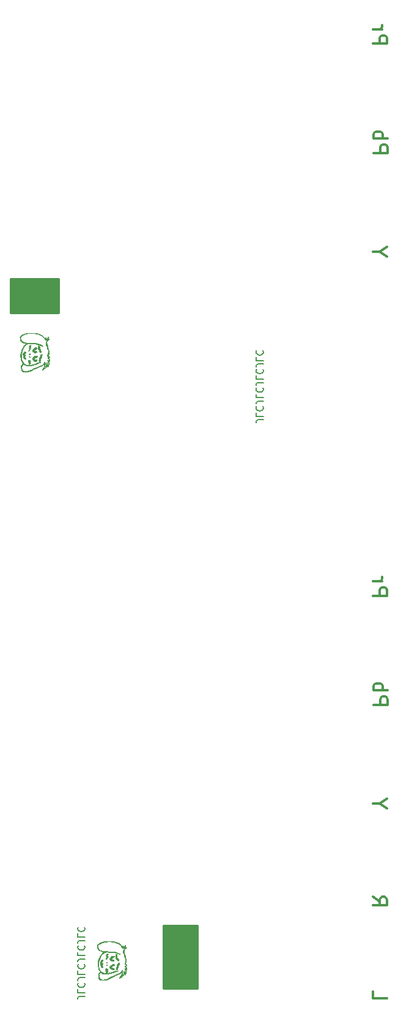
<source format=gbr>
G04 #@! TF.GenerationSoftware,KiCad,Pcbnew,(6.0.5)*
G04 #@! TF.CreationDate,2022-11-22T13:16:36+13:00*
G04 #@! TF.ProjectId,RGB-to-component-covers,5247422d-746f-42d6-936f-6d706f6e656e,rev?*
G04 #@! TF.SameCoordinates,Original*
G04 #@! TF.FileFunction,Legend,Bot*
G04 #@! TF.FilePolarity,Positive*
%FSLAX46Y46*%
G04 Gerber Fmt 4.6, Leading zero omitted, Abs format (unit mm)*
G04 Created by KiCad (PCBNEW (6.0.5)) date 2022-11-22 13:16:36*
%MOMM*%
%LPD*%
G01*
G04 APERTURE LIST*
%ADD10C,0.300000*%
%ADD11C,0.150000*%
%ADD12C,0.010000*%
%ADD13C,0.254000*%
G04 APERTURE END LIST*
D10*
X127095238Y-48242857D02*
X129095238Y-48242857D01*
X129095238Y-47480952D01*
X129000000Y-47290476D01*
X128904761Y-47195238D01*
X128714285Y-47100000D01*
X128428571Y-47100000D01*
X128238095Y-47195238D01*
X128142857Y-47290476D01*
X128047619Y-47480952D01*
X128047619Y-48242857D01*
X127095238Y-46242857D02*
X128428571Y-46242857D01*
X128047619Y-46242857D02*
X128238095Y-46147619D01*
X128333333Y-46052380D01*
X128428571Y-45861904D01*
X128428571Y-45671428D01*
X127195238Y-139628571D02*
X129195238Y-139628571D01*
X129195238Y-138866666D01*
X129100000Y-138676190D01*
X129004761Y-138580952D01*
X128814285Y-138485714D01*
X128528571Y-138485714D01*
X128338095Y-138580952D01*
X128242857Y-138676190D01*
X128147619Y-138866666D01*
X128147619Y-139628571D01*
X127195238Y-137628571D02*
X129195238Y-137628571D01*
X128433333Y-137628571D02*
X128528571Y-137438095D01*
X128528571Y-137057142D01*
X128433333Y-136866666D01*
X128338095Y-136771428D01*
X128147619Y-136676190D01*
X127576190Y-136676190D01*
X127385714Y-136771428D01*
X127290476Y-136866666D01*
X127195238Y-137057142D01*
X127195238Y-137438095D01*
X127290476Y-137628571D01*
X127095238Y-166180952D02*
X128047619Y-166847619D01*
X127095238Y-167323809D02*
X129095238Y-167323809D01*
X129095238Y-166561904D01*
X129000000Y-166371428D01*
X128904761Y-166276190D01*
X128714285Y-166180952D01*
X128428571Y-166180952D01*
X128238095Y-166276190D01*
X128142857Y-166371428D01*
X128047619Y-166561904D01*
X128047619Y-167323809D01*
X128047619Y-153300000D02*
X127095238Y-153300000D01*
X129095238Y-153966666D02*
X128047619Y-153300000D01*
X129095238Y-152633333D01*
X127095238Y-179280952D02*
X127095238Y-180233333D01*
X129095238Y-180233333D01*
X127095238Y-124542857D02*
X129095238Y-124542857D01*
X129095238Y-123780952D01*
X129000000Y-123590476D01*
X128904761Y-123495238D01*
X128714285Y-123400000D01*
X128428571Y-123400000D01*
X128238095Y-123495238D01*
X128142857Y-123590476D01*
X128047619Y-123780952D01*
X128047619Y-124542857D01*
X127095238Y-122542857D02*
X128428571Y-122542857D01*
X128047619Y-122542857D02*
X128238095Y-122447619D01*
X128333333Y-122352380D01*
X128428571Y-122161904D01*
X128428571Y-121971428D01*
X128047619Y-77000000D02*
X127095238Y-77000000D01*
X129095238Y-77666666D02*
X128047619Y-77000000D01*
X129095238Y-76333333D01*
D11*
X111947619Y-100219047D02*
X111233333Y-100219047D01*
X111090476Y-100266666D01*
X110995238Y-100361904D01*
X110947619Y-100504761D01*
X110947619Y-100600000D01*
X110947619Y-99266666D02*
X110947619Y-99742857D01*
X111947619Y-99742857D01*
X111042857Y-98361904D02*
X110995238Y-98409523D01*
X110947619Y-98552380D01*
X110947619Y-98647619D01*
X110995238Y-98790476D01*
X111090476Y-98885714D01*
X111185714Y-98933333D01*
X111376190Y-98980952D01*
X111519047Y-98980952D01*
X111709523Y-98933333D01*
X111804761Y-98885714D01*
X111900000Y-98790476D01*
X111947619Y-98647619D01*
X111947619Y-98552380D01*
X111900000Y-98409523D01*
X111852380Y-98361904D01*
X111947619Y-97647619D02*
X111233333Y-97647619D01*
X111090476Y-97695238D01*
X110995238Y-97790476D01*
X110947619Y-97933333D01*
X110947619Y-98028571D01*
X110947619Y-96695238D02*
X110947619Y-97171428D01*
X111947619Y-97171428D01*
X111042857Y-95790476D02*
X110995238Y-95838095D01*
X110947619Y-95980952D01*
X110947619Y-96076190D01*
X110995238Y-96219047D01*
X111090476Y-96314285D01*
X111185714Y-96361904D01*
X111376190Y-96409523D01*
X111519047Y-96409523D01*
X111709523Y-96361904D01*
X111804761Y-96314285D01*
X111900000Y-96219047D01*
X111947619Y-96076190D01*
X111947619Y-95980952D01*
X111900000Y-95838095D01*
X111852380Y-95790476D01*
X111947619Y-95076190D02*
X111233333Y-95076190D01*
X111090476Y-95123809D01*
X110995238Y-95219047D01*
X110947619Y-95361904D01*
X110947619Y-95457142D01*
X110947619Y-94123809D02*
X110947619Y-94600000D01*
X111947619Y-94600000D01*
X111042857Y-93219047D02*
X110995238Y-93266666D01*
X110947619Y-93409523D01*
X110947619Y-93504761D01*
X110995238Y-93647619D01*
X111090476Y-93742857D01*
X111185714Y-93790476D01*
X111376190Y-93838095D01*
X111519047Y-93838095D01*
X111709523Y-93790476D01*
X111804761Y-93742857D01*
X111900000Y-93647619D01*
X111947619Y-93504761D01*
X111947619Y-93409523D01*
X111900000Y-93266666D01*
X111852380Y-93219047D01*
X111947619Y-92504761D02*
X111233333Y-92504761D01*
X111090476Y-92552380D01*
X110995238Y-92647619D01*
X110947619Y-92790476D01*
X110947619Y-92885714D01*
X110947619Y-91552380D02*
X110947619Y-92028571D01*
X111947619Y-92028571D01*
X111042857Y-90647619D02*
X110995238Y-90695238D01*
X110947619Y-90838095D01*
X110947619Y-90933333D01*
X110995238Y-91076190D01*
X111090476Y-91171428D01*
X111185714Y-91219047D01*
X111376190Y-91266666D01*
X111519047Y-91266666D01*
X111709523Y-91219047D01*
X111804761Y-91171428D01*
X111900000Y-91076190D01*
X111947619Y-90933333D01*
X111947619Y-90838095D01*
X111900000Y-90695238D01*
X111852380Y-90647619D01*
D10*
X127195238Y-63328571D02*
X129195238Y-63328571D01*
X129195238Y-62566666D01*
X129100000Y-62376190D01*
X129004761Y-62280952D01*
X128814285Y-62185714D01*
X128528571Y-62185714D01*
X128338095Y-62280952D01*
X128242857Y-62376190D01*
X128147619Y-62566666D01*
X128147619Y-63328571D01*
X127195238Y-61328571D02*
X129195238Y-61328571D01*
X128433333Y-61328571D02*
X128528571Y-61138095D01*
X128528571Y-60757142D01*
X128433333Y-60566666D01*
X128338095Y-60471428D01*
X128147619Y-60376190D01*
X127576190Y-60376190D01*
X127385714Y-60471428D01*
X127290476Y-60566666D01*
X127195238Y-60757142D01*
X127195238Y-61138095D01*
X127290476Y-61328571D01*
D11*
X87247619Y-179919047D02*
X86533333Y-179919047D01*
X86390476Y-179966666D01*
X86295238Y-180061904D01*
X86247619Y-180204761D01*
X86247619Y-180300000D01*
X86247619Y-178966666D02*
X86247619Y-179442857D01*
X87247619Y-179442857D01*
X86342857Y-178061904D02*
X86295238Y-178109523D01*
X86247619Y-178252380D01*
X86247619Y-178347619D01*
X86295238Y-178490476D01*
X86390476Y-178585714D01*
X86485714Y-178633333D01*
X86676190Y-178680952D01*
X86819047Y-178680952D01*
X87009523Y-178633333D01*
X87104761Y-178585714D01*
X87200000Y-178490476D01*
X87247619Y-178347619D01*
X87247619Y-178252380D01*
X87200000Y-178109523D01*
X87152380Y-178061904D01*
X87247619Y-177347619D02*
X86533333Y-177347619D01*
X86390476Y-177395238D01*
X86295238Y-177490476D01*
X86247619Y-177633333D01*
X86247619Y-177728571D01*
X86247619Y-176395238D02*
X86247619Y-176871428D01*
X87247619Y-176871428D01*
X86342857Y-175490476D02*
X86295238Y-175538095D01*
X86247619Y-175680952D01*
X86247619Y-175776190D01*
X86295238Y-175919047D01*
X86390476Y-176014285D01*
X86485714Y-176061904D01*
X86676190Y-176109523D01*
X86819047Y-176109523D01*
X87009523Y-176061904D01*
X87104761Y-176014285D01*
X87200000Y-175919047D01*
X87247619Y-175776190D01*
X87247619Y-175680952D01*
X87200000Y-175538095D01*
X87152380Y-175490476D01*
X87247619Y-174776190D02*
X86533333Y-174776190D01*
X86390476Y-174823809D01*
X86295238Y-174919047D01*
X86247619Y-175061904D01*
X86247619Y-175157142D01*
X86247619Y-173823809D02*
X86247619Y-174300000D01*
X87247619Y-174300000D01*
X86342857Y-172919047D02*
X86295238Y-172966666D01*
X86247619Y-173109523D01*
X86247619Y-173204761D01*
X86295238Y-173347619D01*
X86390476Y-173442857D01*
X86485714Y-173490476D01*
X86676190Y-173538095D01*
X86819047Y-173538095D01*
X87009523Y-173490476D01*
X87104761Y-173442857D01*
X87200000Y-173347619D01*
X87247619Y-173204761D01*
X87247619Y-173109523D01*
X87200000Y-172966666D01*
X87152380Y-172919047D01*
X87247619Y-172204761D02*
X86533333Y-172204761D01*
X86390476Y-172252380D01*
X86295238Y-172347619D01*
X86247619Y-172490476D01*
X86247619Y-172585714D01*
X86247619Y-171252380D02*
X86247619Y-171728571D01*
X87247619Y-171728571D01*
X86342857Y-170347619D02*
X86295238Y-170395238D01*
X86247619Y-170538095D01*
X86247619Y-170633333D01*
X86295238Y-170776190D01*
X86390476Y-170871428D01*
X86485714Y-170919047D01*
X86676190Y-170966666D01*
X86819047Y-170966666D01*
X87009523Y-170919047D01*
X87104761Y-170871428D01*
X87200000Y-170776190D01*
X87247619Y-170633333D01*
X87247619Y-170538095D01*
X87200000Y-170395238D01*
X87152380Y-170347619D01*
G36*
X78737991Y-93577642D02*
G01*
X78599537Y-93545362D01*
X78523130Y-93478107D01*
X78457158Y-93346470D01*
X78411843Y-93172972D01*
X78395000Y-92979249D01*
X78395104Y-92955175D01*
X78405978Y-92800414D01*
X78443478Y-92682683D01*
X78519986Y-92560500D01*
X78644971Y-92387962D01*
X78556985Y-92276107D01*
X78526902Y-92232664D01*
X78445782Y-92065524D01*
X78376647Y-91856168D01*
X78328660Y-91635889D01*
X78310984Y-91435979D01*
X78318794Y-91284715D01*
X78363664Y-91003199D01*
X78441919Y-90711085D01*
X78546154Y-90427410D01*
X78668962Y-90171213D01*
X78802937Y-89961530D01*
X78940673Y-89817398D01*
X79110591Y-89687295D01*
X78890379Y-89632396D01*
X78811167Y-89610963D01*
X78587201Y-89521830D01*
X78426276Y-89400761D01*
X78313233Y-89237382D01*
X78261202Y-89105670D01*
X78238802Y-88900909D01*
X78314118Y-88900909D01*
X78339069Y-89064402D01*
X78411775Y-89227617D01*
X78525720Y-89371080D01*
X78674387Y-89475320D01*
X78790708Y-89513260D01*
X78984724Y-89550537D01*
X79234929Y-89582299D01*
X79526523Y-89607028D01*
X79844709Y-89623205D01*
X80174690Y-89629311D01*
X80341144Y-89632964D01*
X80696293Y-89670586D01*
X80995058Y-89751429D01*
X81250768Y-89878578D01*
X81352490Y-89952335D01*
X81401651Y-90011344D01*
X81382798Y-90035080D01*
X81303141Y-90017096D01*
X81169887Y-89950941D01*
X81086771Y-89906648D01*
X80868433Y-89823571D01*
X80601551Y-89764148D01*
X80274674Y-89726223D01*
X79876347Y-89707644D01*
X79667302Y-89703760D01*
X79493867Y-89703897D01*
X79372452Y-89710824D01*
X79285707Y-89726561D01*
X79216282Y-89753127D01*
X79146826Y-89792540D01*
X78994292Y-89903526D01*
X78821649Y-90090322D01*
X78678904Y-90332286D01*
X78556020Y-90643883D01*
X78496892Y-90833517D01*
X78450758Y-91026748D01*
X78427528Y-91212505D01*
X78420581Y-91429167D01*
X78420503Y-91466735D01*
X78424789Y-91655290D01*
X78441197Y-91794239D01*
X78475174Y-91913552D01*
X78532164Y-92043195D01*
X78597695Y-92165960D01*
X78773922Y-92403002D01*
X78977682Y-92562057D01*
X79207144Y-92641504D01*
X79335657Y-92655735D01*
X79667577Y-92644153D01*
X80019795Y-92572065D01*
X80369363Y-92443382D01*
X80469323Y-92400382D01*
X80654199Y-92333293D01*
X80826536Y-92284719D01*
X80969936Y-92258186D01*
X81068001Y-92257221D01*
X81104334Y-92285349D01*
X81097889Y-92297484D01*
X81034199Y-92328578D01*
X80924417Y-92352543D01*
X80900105Y-92356684D01*
X80762526Y-92394151D01*
X80588752Y-92456158D01*
X80410454Y-92531667D01*
X80327320Y-92568066D01*
X80033013Y-92668375D01*
X79734924Y-92730941D01*
X79448659Y-92755172D01*
X79189822Y-92740478D01*
X78974020Y-92686269D01*
X78816858Y-92591954D01*
X78688656Y-92472196D01*
X78579020Y-92637866D01*
X78541176Y-92698188D01*
X78497351Y-92796707D01*
X78482266Y-92906871D01*
X78488273Y-93064654D01*
X78499691Y-93170384D01*
X78548694Y-93341197D01*
X78641286Y-93450153D01*
X78789300Y-93507796D01*
X79004567Y-93524667D01*
X79120515Y-93520608D01*
X79296901Y-93496391D01*
X79485238Y-93445888D01*
X79700200Y-93364004D01*
X79956459Y-93245644D01*
X80268690Y-93085713D01*
X80293340Y-93072747D01*
X80507966Y-92964606D01*
X80717033Y-92866690D01*
X80897731Y-92789313D01*
X81027252Y-92742785D01*
X81153961Y-92701886D01*
X81330438Y-92615801D01*
X81454797Y-92500960D01*
X81547990Y-92341206D01*
X81592446Y-92253694D01*
X81647025Y-92190618D01*
X81686101Y-92210176D01*
X81709183Y-92311917D01*
X81715780Y-92495392D01*
X81707583Y-92671680D01*
X81678418Y-92821623D01*
X81621958Y-92946362D01*
X81568540Y-93050772D01*
X81565575Y-93095275D01*
X81612905Y-93073770D01*
X81707554Y-92984917D01*
X81750669Y-92936040D01*
X81869227Y-92726666D01*
X81908667Y-92487243D01*
X81914831Y-92393393D01*
X81940908Y-92330315D01*
X81981696Y-92347877D01*
X82030956Y-92448079D01*
X82040966Y-92473654D01*
X82085424Y-92551317D01*
X82123312Y-92570326D01*
X82137566Y-92556242D01*
X82160767Y-92472628D01*
X82157053Y-92350204D01*
X82129236Y-92219023D01*
X82080132Y-92109141D01*
X82052831Y-92064873D01*
X82019025Y-91975134D01*
X82049268Y-91939366D01*
X82142999Y-91958903D01*
X82213714Y-91979870D01*
X82247334Y-91976350D01*
X82230894Y-91920865D01*
X82180752Y-91827122D01*
X82118958Y-91738059D01*
X82068308Y-91690119D01*
X82065140Y-91688731D01*
X82052538Y-91652324D01*
X82115250Y-91586714D01*
X82216000Y-91505172D01*
X82119769Y-91437770D01*
X82023539Y-91370367D01*
X82119018Y-91073425D01*
X82164037Y-90909460D01*
X82183300Y-90722805D01*
X82148686Y-90575548D01*
X82058596Y-90451215D01*
X82046192Y-90435743D01*
X82006971Y-90337628D01*
X81989114Y-90209060D01*
X81987968Y-90180996D01*
X81977307Y-90073947D01*
X81959845Y-89969302D01*
X81940204Y-89887423D01*
X81923010Y-89848674D01*
X81912887Y-89873417D01*
X81908466Y-89892591D01*
X81866334Y-89926333D01*
X81847319Y-89899752D01*
X81830461Y-89808499D01*
X81824000Y-89673807D01*
X81825284Y-89586561D01*
X81839541Y-89462838D01*
X81879046Y-89369689D01*
X81955386Y-89271640D01*
X82013774Y-89197858D01*
X82041406Y-89135090D01*
X82007327Y-89124532D01*
X81913577Y-89171092D01*
X81889128Y-89183870D01*
X81830337Y-89188366D01*
X81762708Y-89148045D01*
X81674340Y-89053846D01*
X81553335Y-88896703D01*
X81515776Y-88848447D01*
X81432656Y-88757673D01*
X81370795Y-88710635D01*
X81301256Y-88667987D01*
X81214288Y-88593106D01*
X81186752Y-88571151D01*
X81076954Y-88510163D01*
X80920706Y-88442152D01*
X80742265Y-88378165D01*
X80609206Y-88337071D01*
X80445834Y-88295498D01*
X80289676Y-88271336D01*
X80110148Y-88260349D01*
X79876667Y-88258302D01*
X79715726Y-88261537D01*
X79493557Y-88273543D01*
X79297572Y-88292195D01*
X79157000Y-88315185D01*
X78994094Y-88363282D01*
X78768985Y-88454277D01*
X78561901Y-88562419D01*
X78405584Y-88672154D01*
X78343439Y-88756611D01*
X78314118Y-88900909D01*
X78238802Y-88900909D01*
X78235238Y-88868327D01*
X78245089Y-88770356D01*
X78273896Y-88690789D01*
X78338894Y-88622719D01*
X78458500Y-88538976D01*
X78658412Y-88423253D01*
X78895530Y-88327068D01*
X79162412Y-88262995D01*
X79476566Y-88226974D01*
X79855500Y-88214945D01*
X80111822Y-88216260D01*
X80309638Y-88223761D01*
X80466406Y-88239705D01*
X80604051Y-88266335D01*
X80744500Y-88305894D01*
X81033324Y-88416700D01*
X81360907Y-88605420D01*
X81622803Y-88838358D01*
X81688654Y-88910637D01*
X81748489Y-88966379D01*
X81775316Y-88967652D01*
X81781553Y-88920917D01*
X81790914Y-88861547D01*
X81824000Y-88825667D01*
X81827187Y-88826055D01*
X81855424Y-88869580D01*
X81867856Y-88963250D01*
X81869379Y-89100833D01*
X81973479Y-88973833D01*
X81988628Y-88954540D01*
X82051980Y-88851793D01*
X82077790Y-88770252D01*
X82085932Y-88729888D01*
X82124999Y-88722717D01*
X82125414Y-88722978D01*
X82152383Y-88784121D01*
X82148828Y-88894549D01*
X82139872Y-88970300D01*
X82153791Y-89024486D01*
X82207662Y-89037333D01*
X82225742Y-89037827D01*
X82283078Y-89059594D01*
X82262144Y-89113583D01*
X82162949Y-89199764D01*
X82083884Y-89259933D01*
X82003793Y-89334311D01*
X81957293Y-89411741D01*
X81942818Y-89507744D01*
X81958801Y-89637839D01*
X82003675Y-89817546D01*
X82075873Y-90062387D01*
X82107212Y-90168039D01*
X82184351Y-90457214D01*
X82228824Y-90688235D01*
X82241989Y-90875688D01*
X82225205Y-91034155D01*
X82179830Y-91178220D01*
X82165394Y-91213197D01*
X82135444Y-91302576D01*
X82142581Y-91353226D01*
X82187921Y-91395057D01*
X82239343Y-91427769D01*
X82297758Y-91450333D01*
X82330450Y-91474762D01*
X82318870Y-91533601D01*
X82266586Y-91594665D01*
X82261572Y-91598386D01*
X82226174Y-91638035D01*
X82227846Y-91695149D01*
X82266586Y-91799056D01*
X82305894Y-91908321D01*
X82330111Y-92028944D01*
X82319977Y-92102848D01*
X82275085Y-92114885D01*
X82244457Y-92116525D01*
X82230514Y-92169201D01*
X82236506Y-92290272D01*
X82239023Y-92323656D01*
X82225950Y-92506079D01*
X82158973Y-92699167D01*
X82063104Y-92910833D01*
X82038717Y-92762667D01*
X82014329Y-92614500D01*
X81908581Y-92824176D01*
X81801067Y-92989869D01*
X81597128Y-93173426D01*
X81491828Y-93241210D01*
X81374207Y-93301931D01*
X81313788Y-93309412D01*
X81313539Y-93263765D01*
X81376425Y-93165102D01*
X81417921Y-93107895D01*
X81540541Y-92898027D01*
X81622972Y-92689099D01*
X81653579Y-92508667D01*
X81654351Y-92360500D01*
X81575799Y-92489312D01*
X81564005Y-92508049D01*
X81451584Y-92638134D01*
X81295880Y-92736928D01*
X81076251Y-92818013D01*
X81030855Y-92831645D01*
X80955014Y-92856049D01*
X80879228Y-92884245D01*
X80790916Y-92922012D01*
X80677498Y-92975126D01*
X80526392Y-93049365D01*
X80325019Y-93150506D01*
X80060798Y-93284326D01*
X79873332Y-93374884D01*
X79670063Y-93464050D01*
X79492484Y-93533027D01*
X79364972Y-93571747D01*
X79313216Y-93581059D01*
X79128984Y-93596668D01*
X79004567Y-93595729D01*
X78925858Y-93595136D01*
X78737991Y-93577642D01*
G37*
D12*
X78737991Y-93577642D02*
X78599537Y-93545362D01*
X78523130Y-93478107D01*
X78457158Y-93346470D01*
X78411843Y-93172972D01*
X78395000Y-92979249D01*
X78395104Y-92955175D01*
X78405978Y-92800414D01*
X78443478Y-92682683D01*
X78519986Y-92560500D01*
X78644971Y-92387962D01*
X78556985Y-92276107D01*
X78526902Y-92232664D01*
X78445782Y-92065524D01*
X78376647Y-91856168D01*
X78328660Y-91635889D01*
X78310984Y-91435979D01*
X78318794Y-91284715D01*
X78363664Y-91003199D01*
X78441919Y-90711085D01*
X78546154Y-90427410D01*
X78668962Y-90171213D01*
X78802937Y-89961530D01*
X78940673Y-89817398D01*
X79110591Y-89687295D01*
X78890379Y-89632396D01*
X78811167Y-89610963D01*
X78587201Y-89521830D01*
X78426276Y-89400761D01*
X78313233Y-89237382D01*
X78261202Y-89105670D01*
X78238802Y-88900909D01*
X78314118Y-88900909D01*
X78339069Y-89064402D01*
X78411775Y-89227617D01*
X78525720Y-89371080D01*
X78674387Y-89475320D01*
X78790708Y-89513260D01*
X78984724Y-89550537D01*
X79234929Y-89582299D01*
X79526523Y-89607028D01*
X79844709Y-89623205D01*
X80174690Y-89629311D01*
X80341144Y-89632964D01*
X80696293Y-89670586D01*
X80995058Y-89751429D01*
X81250768Y-89878578D01*
X81352490Y-89952335D01*
X81401651Y-90011344D01*
X81382798Y-90035080D01*
X81303141Y-90017096D01*
X81169887Y-89950941D01*
X81086771Y-89906648D01*
X80868433Y-89823571D01*
X80601551Y-89764148D01*
X80274674Y-89726223D01*
X79876347Y-89707644D01*
X79667302Y-89703760D01*
X79493867Y-89703897D01*
X79372452Y-89710824D01*
X79285707Y-89726561D01*
X79216282Y-89753127D01*
X79146826Y-89792540D01*
X78994292Y-89903526D01*
X78821649Y-90090322D01*
X78678904Y-90332286D01*
X78556020Y-90643883D01*
X78496892Y-90833517D01*
X78450758Y-91026748D01*
X78427528Y-91212505D01*
X78420581Y-91429167D01*
X78420503Y-91466735D01*
X78424789Y-91655290D01*
X78441197Y-91794239D01*
X78475174Y-91913552D01*
X78532164Y-92043195D01*
X78597695Y-92165960D01*
X78773922Y-92403002D01*
X78977682Y-92562057D01*
X79207144Y-92641504D01*
X79335657Y-92655735D01*
X79667577Y-92644153D01*
X80019795Y-92572065D01*
X80369363Y-92443382D01*
X80469323Y-92400382D01*
X80654199Y-92333293D01*
X80826536Y-92284719D01*
X80969936Y-92258186D01*
X81068001Y-92257221D01*
X81104334Y-92285349D01*
X81097889Y-92297484D01*
X81034199Y-92328578D01*
X80924417Y-92352543D01*
X80900105Y-92356684D01*
X80762526Y-92394151D01*
X80588752Y-92456158D01*
X80410454Y-92531667D01*
X80327320Y-92568066D01*
X80033013Y-92668375D01*
X79734924Y-92730941D01*
X79448659Y-92755172D01*
X79189822Y-92740478D01*
X78974020Y-92686269D01*
X78816858Y-92591954D01*
X78688656Y-92472196D01*
X78579020Y-92637866D01*
X78541176Y-92698188D01*
X78497351Y-92796707D01*
X78482266Y-92906871D01*
X78488273Y-93064654D01*
X78499691Y-93170384D01*
X78548694Y-93341197D01*
X78641286Y-93450153D01*
X78789300Y-93507796D01*
X79004567Y-93524667D01*
X79120515Y-93520608D01*
X79296901Y-93496391D01*
X79485238Y-93445888D01*
X79700200Y-93364004D01*
X79956459Y-93245644D01*
X80268690Y-93085713D01*
X80293340Y-93072747D01*
X80507966Y-92964606D01*
X80717033Y-92866690D01*
X80897731Y-92789313D01*
X81027252Y-92742785D01*
X81153961Y-92701886D01*
X81330438Y-92615801D01*
X81454797Y-92500960D01*
X81547990Y-92341206D01*
X81592446Y-92253694D01*
X81647025Y-92190618D01*
X81686101Y-92210176D01*
X81709183Y-92311917D01*
X81715780Y-92495392D01*
X81707583Y-92671680D01*
X81678418Y-92821623D01*
X81621958Y-92946362D01*
X81568540Y-93050772D01*
X81565575Y-93095275D01*
X81612905Y-93073770D01*
X81707554Y-92984917D01*
X81750669Y-92936040D01*
X81869227Y-92726666D01*
X81908667Y-92487243D01*
X81914831Y-92393393D01*
X81940908Y-92330315D01*
X81981696Y-92347877D01*
X82030956Y-92448079D01*
X82040966Y-92473654D01*
X82085424Y-92551317D01*
X82123312Y-92570326D01*
X82137566Y-92556242D01*
X82160767Y-92472628D01*
X82157053Y-92350204D01*
X82129236Y-92219023D01*
X82080132Y-92109141D01*
X82052831Y-92064873D01*
X82019025Y-91975134D01*
X82049268Y-91939366D01*
X82142999Y-91958903D01*
X82213714Y-91979870D01*
X82247334Y-91976350D01*
X82230894Y-91920865D01*
X82180752Y-91827122D01*
X82118958Y-91738059D01*
X82068308Y-91690119D01*
X82065140Y-91688731D01*
X82052538Y-91652324D01*
X82115250Y-91586714D01*
X82216000Y-91505172D01*
X82119769Y-91437770D01*
X82023539Y-91370367D01*
X82119018Y-91073425D01*
X82164037Y-90909460D01*
X82183300Y-90722805D01*
X82148686Y-90575548D01*
X82058596Y-90451215D01*
X82046192Y-90435743D01*
X82006971Y-90337628D01*
X81989114Y-90209060D01*
X81987968Y-90180996D01*
X81977307Y-90073947D01*
X81959845Y-89969302D01*
X81940204Y-89887423D01*
X81923010Y-89848674D01*
X81912887Y-89873417D01*
X81908466Y-89892591D01*
X81866334Y-89926333D01*
X81847319Y-89899752D01*
X81830461Y-89808499D01*
X81824000Y-89673807D01*
X81825284Y-89586561D01*
X81839541Y-89462838D01*
X81879046Y-89369689D01*
X81955386Y-89271640D01*
X82013774Y-89197858D01*
X82041406Y-89135090D01*
X82007327Y-89124532D01*
X81913577Y-89171092D01*
X81889128Y-89183870D01*
X81830337Y-89188366D01*
X81762708Y-89148045D01*
X81674340Y-89053846D01*
X81553335Y-88896703D01*
X81515776Y-88848447D01*
X81432656Y-88757673D01*
X81370795Y-88710635D01*
X81301256Y-88667987D01*
X81214288Y-88593106D01*
X81186752Y-88571151D01*
X81076954Y-88510163D01*
X80920706Y-88442152D01*
X80742265Y-88378165D01*
X80609206Y-88337071D01*
X80445834Y-88295498D01*
X80289676Y-88271336D01*
X80110148Y-88260349D01*
X79876667Y-88258302D01*
X79715726Y-88261537D01*
X79493557Y-88273543D01*
X79297572Y-88292195D01*
X79157000Y-88315185D01*
X78994094Y-88363282D01*
X78768985Y-88454277D01*
X78561901Y-88562419D01*
X78405584Y-88672154D01*
X78343439Y-88756611D01*
X78314118Y-88900909D01*
X78238802Y-88900909D01*
X78235238Y-88868327D01*
X78245089Y-88770356D01*
X78273896Y-88690789D01*
X78338894Y-88622719D01*
X78458500Y-88538976D01*
X78658412Y-88423253D01*
X78895530Y-88327068D01*
X79162412Y-88262995D01*
X79476566Y-88226974D01*
X79855500Y-88214945D01*
X80111822Y-88216260D01*
X80309638Y-88223761D01*
X80466406Y-88239705D01*
X80604051Y-88266335D01*
X80744500Y-88305894D01*
X81033324Y-88416700D01*
X81360907Y-88605420D01*
X81622803Y-88838358D01*
X81688654Y-88910637D01*
X81748489Y-88966379D01*
X81775316Y-88967652D01*
X81781553Y-88920917D01*
X81790914Y-88861547D01*
X81824000Y-88825667D01*
X81827187Y-88826055D01*
X81855424Y-88869580D01*
X81867856Y-88963250D01*
X81869379Y-89100833D01*
X81973479Y-88973833D01*
X81988628Y-88954540D01*
X82051980Y-88851793D01*
X82077790Y-88770252D01*
X82085932Y-88729888D01*
X82124999Y-88722717D01*
X82125414Y-88722978D01*
X82152383Y-88784121D01*
X82148828Y-88894549D01*
X82139872Y-88970300D01*
X82153791Y-89024486D01*
X82207662Y-89037333D01*
X82225742Y-89037827D01*
X82283078Y-89059594D01*
X82262144Y-89113583D01*
X82162949Y-89199764D01*
X82083884Y-89259933D01*
X82003793Y-89334311D01*
X81957293Y-89411741D01*
X81942818Y-89507744D01*
X81958801Y-89637839D01*
X82003675Y-89817546D01*
X82075873Y-90062387D01*
X82107212Y-90168039D01*
X82184351Y-90457214D01*
X82228824Y-90688235D01*
X82241989Y-90875688D01*
X82225205Y-91034155D01*
X82179830Y-91178220D01*
X82165394Y-91213197D01*
X82135444Y-91302576D01*
X82142581Y-91353226D01*
X82187921Y-91395057D01*
X82239343Y-91427769D01*
X82297758Y-91450333D01*
X82330450Y-91474762D01*
X82318870Y-91533601D01*
X82266586Y-91594665D01*
X82261572Y-91598386D01*
X82226174Y-91638035D01*
X82227846Y-91695149D01*
X82266586Y-91799056D01*
X82305894Y-91908321D01*
X82330111Y-92028944D01*
X82319977Y-92102848D01*
X82275085Y-92114885D01*
X82244457Y-92116525D01*
X82230514Y-92169201D01*
X82236506Y-92290272D01*
X82239023Y-92323656D01*
X82225950Y-92506079D01*
X82158973Y-92699167D01*
X82063104Y-92910833D01*
X82038717Y-92762667D01*
X82014329Y-92614500D01*
X81908581Y-92824176D01*
X81801067Y-92989869D01*
X81597128Y-93173426D01*
X81491828Y-93241210D01*
X81374207Y-93301931D01*
X81313788Y-93309412D01*
X81313539Y-93263765D01*
X81376425Y-93165102D01*
X81417921Y-93107895D01*
X81540541Y-92898027D01*
X81622972Y-92689099D01*
X81653579Y-92508667D01*
X81654351Y-92360500D01*
X81575799Y-92489312D01*
X81564005Y-92508049D01*
X81451584Y-92638134D01*
X81295880Y-92736928D01*
X81076251Y-92818013D01*
X81030855Y-92831645D01*
X80955014Y-92856049D01*
X80879228Y-92884245D01*
X80790916Y-92922012D01*
X80677498Y-92975126D01*
X80526392Y-93049365D01*
X80325019Y-93150506D01*
X80060798Y-93284326D01*
X79873332Y-93374884D01*
X79670063Y-93464050D01*
X79492484Y-93533027D01*
X79364972Y-93571747D01*
X79313216Y-93581059D01*
X79128984Y-93596668D01*
X79004567Y-93595729D01*
X78925858Y-93595136D01*
X78737991Y-93577642D01*
G36*
X78969947Y-90789809D02*
G01*
X79024077Y-90849214D01*
X79011557Y-90936166D01*
X78934750Y-91030770D01*
X78878870Y-91082346D01*
X78866913Y-91123701D01*
X78913584Y-91169222D01*
X78958327Y-91213262D01*
X78982536Y-91305085D01*
X78923519Y-91408717D01*
X78888560Y-91456874D01*
X78892080Y-91510844D01*
X78948737Y-91593211D01*
X78955258Y-91601752D01*
X79006391Y-91696023D01*
X79014214Y-91769078D01*
X79004564Y-91789031D01*
X78946715Y-91826706D01*
X78869605Y-91806262D01*
X78787916Y-91741928D01*
X78716327Y-91647933D01*
X78669520Y-91538506D01*
X78662176Y-91427876D01*
X78666357Y-91317248D01*
X78645859Y-91235034D01*
X78639029Y-91223778D01*
X78610387Y-91126032D01*
X78646210Y-91024793D01*
X78752044Y-90902705D01*
X78779913Y-90876764D01*
X78887531Y-90800219D01*
X78963710Y-90787238D01*
X78969947Y-90789809D01*
G37*
X78969947Y-90789809D02*
X79024077Y-90849214D01*
X79011557Y-90936166D01*
X78934750Y-91030770D01*
X78878870Y-91082346D01*
X78866913Y-91123701D01*
X78913584Y-91169222D01*
X78958327Y-91213262D01*
X78982536Y-91305085D01*
X78923519Y-91408717D01*
X78888560Y-91456874D01*
X78892080Y-91510844D01*
X78948737Y-91593211D01*
X78955258Y-91601752D01*
X79006391Y-91696023D01*
X79014214Y-91769078D01*
X79004564Y-91789031D01*
X78946715Y-91826706D01*
X78869605Y-91806262D01*
X78787916Y-91741928D01*
X78716327Y-91647933D01*
X78669520Y-91538506D01*
X78662176Y-91427876D01*
X78666357Y-91317248D01*
X78645859Y-91235034D01*
X78639029Y-91223778D01*
X78610387Y-91126032D01*
X78646210Y-91024793D01*
X78752044Y-90902705D01*
X78779913Y-90876764D01*
X78887531Y-90800219D01*
X78963710Y-90787238D01*
X78969947Y-90789809D01*
G36*
X79707334Y-92130811D02*
G01*
X79707092Y-92137597D01*
X79691337Y-92170000D01*
X79685176Y-92171257D01*
X79623303Y-92193282D01*
X79522004Y-92234068D01*
X79487899Y-92247511D01*
X79402916Y-92271834D01*
X79369098Y-92265818D01*
X79375243Y-92254739D01*
X79435252Y-92212621D01*
X79538431Y-92162561D01*
X79586719Y-92143922D01*
X79673112Y-92121604D01*
X79707334Y-92130811D01*
G37*
X79707334Y-92130811D02*
X79707092Y-92137597D01*
X79691337Y-92170000D01*
X79685176Y-92171257D01*
X79623303Y-92193282D01*
X79522004Y-92234068D01*
X79487899Y-92247511D01*
X79402916Y-92271834D01*
X79369098Y-92265818D01*
X79375243Y-92254739D01*
X79435252Y-92212621D01*
X79538431Y-92162561D01*
X79586719Y-92143922D01*
X79673112Y-92121604D01*
X79707334Y-92130811D01*
G36*
X79530474Y-91972785D02*
G01*
X79476993Y-92023180D01*
X79456566Y-92039370D01*
X79423592Y-92078490D01*
X79455929Y-92079299D01*
X79544409Y-92039570D01*
X79602252Y-92015806D01*
X79651394Y-92015282D01*
X79653039Y-92018281D01*
X79624719Y-92053337D01*
X79545253Y-92102750D01*
X79504913Y-92122515D01*
X79430540Y-92143718D01*
X79396494Y-92116455D01*
X79382228Y-92077984D01*
X79380544Y-92018455D01*
X79435630Y-91984029D01*
X79510045Y-91961235D01*
X79530474Y-91972785D01*
G37*
X79530474Y-91972785D02*
X79476993Y-92023180D01*
X79456566Y-92039370D01*
X79423592Y-92078490D01*
X79455929Y-92079299D01*
X79544409Y-92039570D01*
X79602252Y-92015806D01*
X79651394Y-92015282D01*
X79653039Y-92018281D01*
X79624719Y-92053337D01*
X79545253Y-92102750D01*
X79504913Y-92122515D01*
X79430540Y-92143718D01*
X79396494Y-92116455D01*
X79382228Y-92077984D01*
X79380544Y-92018455D01*
X79435630Y-91984029D01*
X79510045Y-91961235D01*
X79530474Y-91972785D01*
G36*
X79695261Y-92397816D02*
G01*
X79693862Y-92409078D01*
X79651932Y-92456407D01*
X79579890Y-92517685D01*
X79505039Y-92570723D01*
X79454680Y-92593333D01*
X79441539Y-92586852D01*
X79425112Y-92531515D01*
X79426436Y-92523662D01*
X79471276Y-92474093D01*
X79554293Y-92425080D01*
X79640589Y-92393897D01*
X79695261Y-92397816D01*
G37*
X79695261Y-92397816D02*
X79693862Y-92409078D01*
X79651932Y-92456407D01*
X79579890Y-92517685D01*
X79505039Y-92570723D01*
X79454680Y-92593333D01*
X79441539Y-92586852D01*
X79425112Y-92531515D01*
X79426436Y-92523662D01*
X79471276Y-92474093D01*
X79554293Y-92425080D01*
X79640589Y-92393897D01*
X79695261Y-92397816D01*
G36*
X79651997Y-92272513D02*
G01*
X79603993Y-92319513D01*
X79540146Y-92357081D01*
X79455826Y-92380167D01*
X79451717Y-92379996D01*
X79435182Y-92362260D01*
X79495667Y-92318167D01*
X79569073Y-92280762D01*
X79635869Y-92259540D01*
X79651997Y-92272513D01*
G37*
X79651997Y-92272513D02*
X79603993Y-92319513D01*
X79540146Y-92357081D01*
X79455826Y-92380167D01*
X79451717Y-92379996D01*
X79435182Y-92362260D01*
X79495667Y-92318167D01*
X79569073Y-92280762D01*
X79635869Y-92259540D01*
X79651997Y-92272513D01*
G36*
X79568852Y-90620407D02*
G01*
X79560000Y-90643684D01*
X79499293Y-90686393D01*
X79441676Y-90707658D01*
X79411000Y-90694352D01*
X79411217Y-90691209D01*
X79448258Y-90647234D01*
X79516429Y-90616313D01*
X79568852Y-90620407D01*
G37*
X79568852Y-90620407D02*
X79560000Y-90643684D01*
X79499293Y-90686393D01*
X79441676Y-90707658D01*
X79411000Y-90694352D01*
X79411217Y-90691209D01*
X79448258Y-90647234D01*
X79516429Y-90616313D01*
X79568852Y-90620407D01*
G36*
X79728314Y-90392301D02*
G01*
X79725389Y-90396413D01*
X79665165Y-90444800D01*
X79567066Y-90500079D01*
X79432167Y-90565222D01*
X79559167Y-90457655D01*
X79614899Y-90413137D01*
X79696403Y-90360911D01*
X79738562Y-90352284D01*
X79728314Y-90392301D01*
G37*
X79728314Y-90392301D02*
X79725389Y-90396413D01*
X79665165Y-90444800D01*
X79567066Y-90500079D01*
X79432167Y-90565222D01*
X79559167Y-90457655D01*
X79614899Y-90413137D01*
X79696403Y-90360911D01*
X79738562Y-90352284D01*
X79728314Y-90392301D01*
G36*
X79700174Y-90233341D02*
G01*
X79668547Y-90272994D01*
X79605837Y-90325881D01*
X79536569Y-90372164D01*
X79485268Y-90392000D01*
X79481091Y-90391469D01*
X79488819Y-90363882D01*
X79549552Y-90307333D01*
X79553382Y-90304339D01*
X79637714Y-90246985D01*
X79692844Y-90224075D01*
X79700174Y-90233341D01*
G37*
X79700174Y-90233341D02*
X79668547Y-90272994D01*
X79605837Y-90325881D01*
X79536569Y-90372164D01*
X79485268Y-90392000D01*
X79481091Y-90391469D01*
X79488819Y-90363882D01*
X79549552Y-90307333D01*
X79553382Y-90304339D01*
X79637714Y-90246985D01*
X79692844Y-90224075D01*
X79700174Y-90233341D01*
G36*
X79722442Y-90011287D02*
G01*
X79736562Y-90036436D01*
X79686400Y-90096021D01*
X79579054Y-90181245D01*
X79556537Y-90196740D01*
X79482998Y-90237772D01*
X79453334Y-90237481D01*
X79455509Y-90228397D01*
X79499177Y-90171186D01*
X79576784Y-90099038D01*
X79658981Y-90037221D01*
X79716417Y-90011000D01*
X79722442Y-90011287D01*
G37*
X79722442Y-90011287D02*
X79736562Y-90036436D01*
X79686400Y-90096021D01*
X79579054Y-90181245D01*
X79556537Y-90196740D01*
X79482998Y-90237772D01*
X79453334Y-90237481D01*
X79455509Y-90228397D01*
X79499177Y-90171186D01*
X79576784Y-90099038D01*
X79658981Y-90037221D01*
X79716417Y-90011000D01*
X79722442Y-90011287D01*
G36*
X79713045Y-89898848D02*
G01*
X79681217Y-89939674D01*
X79599799Y-90000806D01*
X79561474Y-90024508D01*
X79484107Y-90061643D01*
X79453334Y-90058591D01*
X79484913Y-90010571D01*
X79561024Y-89951127D01*
X79647019Y-89904016D01*
X79708214Y-89891916D01*
X79713045Y-89898848D01*
G37*
X79713045Y-89898848D02*
X79681217Y-89939674D01*
X79599799Y-90000806D01*
X79561474Y-90024508D01*
X79484107Y-90061643D01*
X79453334Y-90058591D01*
X79484913Y-90010571D01*
X79561024Y-89951127D01*
X79647019Y-89904016D01*
X79708214Y-89891916D01*
X79713045Y-89898848D01*
G36*
X79588978Y-91450918D02*
G01*
X79622667Y-91497196D01*
X79615538Y-91514547D01*
X79559167Y-91535000D01*
X79529583Y-91527794D01*
X79495667Y-91472829D01*
X79504553Y-91441529D01*
X79559167Y-91435025D01*
X79588978Y-91450918D01*
G37*
X79588978Y-91450918D02*
X79622667Y-91497196D01*
X79615538Y-91514547D01*
X79559167Y-91535000D01*
X79529583Y-91527794D01*
X79495667Y-91472829D01*
X79504553Y-91441529D01*
X79559167Y-91435025D01*
X79588978Y-91450918D01*
G36*
X79606945Y-91079166D02*
G01*
X79616127Y-91135033D01*
X79600741Y-91176020D01*
X79544541Y-91229451D01*
X79511390Y-91228834D01*
X79502208Y-91172967D01*
X79517594Y-91131980D01*
X79573793Y-91078549D01*
X79606945Y-91079166D01*
G37*
X79606945Y-91079166D02*
X79616127Y-91135033D01*
X79600741Y-91176020D01*
X79544541Y-91229451D01*
X79511390Y-91228834D01*
X79502208Y-91172967D01*
X79517594Y-91131980D01*
X79573793Y-91078549D01*
X79606945Y-91079166D01*
G36*
X80549613Y-91369171D02*
G01*
X80610455Y-91426072D01*
X80613987Y-91436737D01*
X80605439Y-91496245D01*
X80536782Y-91552991D01*
X80396654Y-91617126D01*
X80390229Y-91619713D01*
X80284402Y-91672932D01*
X80215276Y-91725570D01*
X80197613Y-91773326D01*
X80230785Y-91841257D01*
X80314645Y-91894481D01*
X80430024Y-91916000D01*
X80517204Y-91921147D01*
X80554000Y-91933704D01*
X80556797Y-91949188D01*
X80578451Y-92015125D01*
X80576998Y-92064268D01*
X80512878Y-92127019D01*
X80446945Y-92147632D01*
X80307931Y-92136594D01*
X80164494Y-92074270D01*
X80046662Y-91970727D01*
X80044513Y-91967978D01*
X79971781Y-91827677D01*
X79982700Y-91696845D01*
X80077750Y-91569260D01*
X80162149Y-91498816D01*
X80308702Y-91410048D01*
X80443443Y-91365331D01*
X80549613Y-91369171D01*
G37*
X80549613Y-91369171D02*
X80610455Y-91426072D01*
X80613987Y-91436737D01*
X80605439Y-91496245D01*
X80536782Y-91552991D01*
X80396654Y-91617126D01*
X80390229Y-91619713D01*
X80284402Y-91672932D01*
X80215276Y-91725570D01*
X80197613Y-91773326D01*
X80230785Y-91841257D01*
X80314645Y-91894481D01*
X80430024Y-91916000D01*
X80517204Y-91921147D01*
X80554000Y-91933704D01*
X80556797Y-91949188D01*
X80578451Y-92015125D01*
X80576998Y-92064268D01*
X80512878Y-92127019D01*
X80446945Y-92147632D01*
X80307931Y-92136594D01*
X80164494Y-92074270D01*
X80046662Y-91970727D01*
X80044513Y-91967978D01*
X79971781Y-91827677D01*
X79982700Y-91696845D01*
X80077750Y-91569260D01*
X80162149Y-91498816D01*
X80308702Y-91410048D01*
X80443443Y-91365331D01*
X80549613Y-91369171D01*
G36*
X80512765Y-90225487D02*
G01*
X80579067Y-90248385D01*
X80596334Y-90304050D01*
X80561532Y-90376248D01*
X80448298Y-90434290D01*
X80439736Y-90437204D01*
X80323257Y-90495667D01*
X80239094Y-90569902D01*
X80201959Y-90642531D01*
X80226569Y-90696173D01*
X80290219Y-90718177D01*
X80396579Y-90730019D01*
X80447824Y-90736365D01*
X80524323Y-90779404D01*
X80548974Y-90843651D01*
X80507253Y-90906010D01*
X80414067Y-90930948D01*
X80280148Y-90923863D01*
X80144032Y-90889465D01*
X80042715Y-90833527D01*
X80005817Y-90793781D01*
X79963639Y-90676084D01*
X80003539Y-90540798D01*
X80125687Y-90387020D01*
X80229544Y-90293466D01*
X80331343Y-90237723D01*
X80443187Y-90222667D01*
X80512765Y-90225487D01*
G37*
X80512765Y-90225487D02*
X80579067Y-90248385D01*
X80596334Y-90304050D01*
X80561532Y-90376248D01*
X80448298Y-90434290D01*
X80439736Y-90437204D01*
X80323257Y-90495667D01*
X80239094Y-90569902D01*
X80201959Y-90642531D01*
X80226569Y-90696173D01*
X80290219Y-90718177D01*
X80396579Y-90730019D01*
X80447824Y-90736365D01*
X80524323Y-90779404D01*
X80548974Y-90843651D01*
X80507253Y-90906010D01*
X80414067Y-90930948D01*
X80280148Y-90923863D01*
X80144032Y-90889465D01*
X80042715Y-90833527D01*
X80005817Y-90793781D01*
X79963639Y-90676084D01*
X80003539Y-90540798D01*
X80125687Y-90387020D01*
X80229544Y-90293466D01*
X80331343Y-90237723D01*
X80443187Y-90222667D01*
X80512765Y-90225487D01*
G36*
X80859033Y-89969205D02*
G01*
X80927971Y-90003050D01*
X80965797Y-90097241D01*
X80977334Y-90262555D01*
X80997393Y-90396217D01*
X81083167Y-90578473D01*
X81099942Y-90603909D01*
X81172686Y-90749579D01*
X81181559Y-90855675D01*
X81125683Y-90915239D01*
X81094096Y-90914647D01*
X81017662Y-90855392D01*
X80914017Y-90719250D01*
X80862955Y-90640730D01*
X80800291Y-90518658D01*
X80772170Y-90397115D01*
X80765667Y-90233815D01*
X80767291Y-90116671D01*
X80777353Y-90021943D01*
X80801635Y-89978860D01*
X80845805Y-89968667D01*
X80859033Y-89969205D01*
G37*
X80859033Y-89969205D02*
X80927971Y-90003050D01*
X80965797Y-90097241D01*
X80977334Y-90262555D01*
X80997393Y-90396217D01*
X81083167Y-90578473D01*
X81099942Y-90603909D01*
X81172686Y-90749579D01*
X81181559Y-90855675D01*
X81125683Y-90915239D01*
X81094096Y-90914647D01*
X81017662Y-90855392D01*
X80914017Y-90719250D01*
X80862955Y-90640730D01*
X80800291Y-90518658D01*
X80772170Y-90397115D01*
X80765667Y-90233815D01*
X80767291Y-90116671D01*
X80777353Y-90021943D01*
X80801635Y-89978860D01*
X80845805Y-89968667D01*
X80859033Y-89969205D01*
G36*
X81276996Y-91182729D02*
G01*
X81280330Y-91186369D01*
X81295363Y-91241134D01*
X81275817Y-91340430D01*
X81218939Y-91499278D01*
X81168594Y-91637956D01*
X81115586Y-91810659D01*
X81083724Y-91947750D01*
X81071471Y-92010974D01*
X81035258Y-92100947D01*
X80980668Y-92127667D01*
X80941129Y-92123854D01*
X80876393Y-92097281D01*
X80868582Y-92084979D01*
X80861678Y-91999588D01*
X80881516Y-91864328D01*
X80921646Y-91700349D01*
X80975619Y-91528801D01*
X81036983Y-91370832D01*
X81099289Y-91247591D01*
X81156085Y-91180228D01*
X81210584Y-91157113D01*
X81276996Y-91182729D01*
G37*
X81276996Y-91182729D02*
X81280330Y-91186369D01*
X81295363Y-91241134D01*
X81275817Y-91340430D01*
X81218939Y-91499278D01*
X81168594Y-91637956D01*
X81115586Y-91810659D01*
X81083724Y-91947750D01*
X81071471Y-92010974D01*
X81035258Y-92100947D01*
X80980668Y-92127667D01*
X80941129Y-92123854D01*
X80876393Y-92097281D01*
X80868582Y-92084979D01*
X80861678Y-91999588D01*
X80881516Y-91864328D01*
X80921646Y-91700349D01*
X80975619Y-91528801D01*
X81036983Y-91370832D01*
X81099289Y-91247591D01*
X81156085Y-91180228D01*
X81210584Y-91157113D01*
X81276996Y-91182729D01*
G36*
X91976996Y-175282729D02*
G01*
X91980330Y-175286369D01*
X91995363Y-175341134D01*
X91975817Y-175440430D01*
X91918939Y-175599278D01*
X91868594Y-175737956D01*
X91815586Y-175910659D01*
X91783724Y-176047750D01*
X91771471Y-176110974D01*
X91735258Y-176200947D01*
X91680668Y-176227667D01*
X91641129Y-176223854D01*
X91576393Y-176197281D01*
X91568582Y-176184979D01*
X91561678Y-176099588D01*
X91581516Y-175964328D01*
X91621646Y-175800349D01*
X91675619Y-175628801D01*
X91736983Y-175470832D01*
X91799289Y-175347591D01*
X91856085Y-175280228D01*
X91910584Y-175257113D01*
X91976996Y-175282729D01*
G37*
X91976996Y-175282729D02*
X91980330Y-175286369D01*
X91995363Y-175341134D01*
X91975817Y-175440430D01*
X91918939Y-175599278D01*
X91868594Y-175737956D01*
X91815586Y-175910659D01*
X91783724Y-176047750D01*
X91771471Y-176110974D01*
X91735258Y-176200947D01*
X91680668Y-176227667D01*
X91641129Y-176223854D01*
X91576393Y-176197281D01*
X91568582Y-176184979D01*
X91561678Y-176099588D01*
X91581516Y-175964328D01*
X91621646Y-175800349D01*
X91675619Y-175628801D01*
X91736983Y-175470832D01*
X91799289Y-175347591D01*
X91856085Y-175280228D01*
X91910584Y-175257113D01*
X91976996Y-175282729D01*
G36*
X91559033Y-174069205D02*
G01*
X91627971Y-174103050D01*
X91665797Y-174197241D01*
X91677334Y-174362555D01*
X91697393Y-174496217D01*
X91783167Y-174678473D01*
X91799942Y-174703909D01*
X91872686Y-174849579D01*
X91881559Y-174955675D01*
X91825683Y-175015239D01*
X91794096Y-175014647D01*
X91717662Y-174955392D01*
X91614017Y-174819250D01*
X91562955Y-174740730D01*
X91500291Y-174618658D01*
X91472170Y-174497115D01*
X91465667Y-174333815D01*
X91467291Y-174216671D01*
X91477353Y-174121943D01*
X91501635Y-174078860D01*
X91545805Y-174068667D01*
X91559033Y-174069205D01*
G37*
X91559033Y-174069205D02*
X91627971Y-174103050D01*
X91665797Y-174197241D01*
X91677334Y-174362555D01*
X91697393Y-174496217D01*
X91783167Y-174678473D01*
X91799942Y-174703909D01*
X91872686Y-174849579D01*
X91881559Y-174955675D01*
X91825683Y-175015239D01*
X91794096Y-175014647D01*
X91717662Y-174955392D01*
X91614017Y-174819250D01*
X91562955Y-174740730D01*
X91500291Y-174618658D01*
X91472170Y-174497115D01*
X91465667Y-174333815D01*
X91467291Y-174216671D01*
X91477353Y-174121943D01*
X91501635Y-174078860D01*
X91545805Y-174068667D01*
X91559033Y-174069205D01*
G36*
X91212765Y-174325487D02*
G01*
X91279067Y-174348385D01*
X91296334Y-174404050D01*
X91261532Y-174476248D01*
X91148298Y-174534290D01*
X91139736Y-174537204D01*
X91023257Y-174595667D01*
X90939094Y-174669902D01*
X90901959Y-174742531D01*
X90926569Y-174796173D01*
X90990219Y-174818177D01*
X91096579Y-174830019D01*
X91147824Y-174836365D01*
X91224323Y-174879404D01*
X91248974Y-174943651D01*
X91207253Y-175006010D01*
X91114067Y-175030948D01*
X90980148Y-175023863D01*
X90844032Y-174989465D01*
X90742715Y-174933527D01*
X90705817Y-174893781D01*
X90663639Y-174776084D01*
X90703539Y-174640798D01*
X90825687Y-174487020D01*
X90929544Y-174393466D01*
X91031343Y-174337723D01*
X91143187Y-174322667D01*
X91212765Y-174325487D01*
G37*
X91212765Y-174325487D02*
X91279067Y-174348385D01*
X91296334Y-174404050D01*
X91261532Y-174476248D01*
X91148298Y-174534290D01*
X91139736Y-174537204D01*
X91023257Y-174595667D01*
X90939094Y-174669902D01*
X90901959Y-174742531D01*
X90926569Y-174796173D01*
X90990219Y-174818177D01*
X91096579Y-174830019D01*
X91147824Y-174836365D01*
X91224323Y-174879404D01*
X91248974Y-174943651D01*
X91207253Y-175006010D01*
X91114067Y-175030948D01*
X90980148Y-175023863D01*
X90844032Y-174989465D01*
X90742715Y-174933527D01*
X90705817Y-174893781D01*
X90663639Y-174776084D01*
X90703539Y-174640798D01*
X90825687Y-174487020D01*
X90929544Y-174393466D01*
X91031343Y-174337723D01*
X91143187Y-174322667D01*
X91212765Y-174325487D01*
G36*
X91249613Y-175469171D02*
G01*
X91310455Y-175526072D01*
X91313987Y-175536737D01*
X91305439Y-175596245D01*
X91236782Y-175652991D01*
X91096654Y-175717126D01*
X91090229Y-175719713D01*
X90984402Y-175772932D01*
X90915276Y-175825570D01*
X90897613Y-175873326D01*
X90930785Y-175941257D01*
X91014645Y-175994481D01*
X91130024Y-176016000D01*
X91217204Y-176021147D01*
X91254000Y-176033704D01*
X91256797Y-176049188D01*
X91278451Y-176115125D01*
X91276998Y-176164268D01*
X91212878Y-176227019D01*
X91146945Y-176247632D01*
X91007931Y-176236594D01*
X90864494Y-176174270D01*
X90746662Y-176070727D01*
X90744513Y-176067978D01*
X90671781Y-175927677D01*
X90682700Y-175796845D01*
X90777750Y-175669260D01*
X90862149Y-175598816D01*
X91008702Y-175510048D01*
X91143443Y-175465331D01*
X91249613Y-175469171D01*
G37*
X91249613Y-175469171D02*
X91310455Y-175526072D01*
X91313987Y-175536737D01*
X91305439Y-175596245D01*
X91236782Y-175652991D01*
X91096654Y-175717126D01*
X91090229Y-175719713D01*
X90984402Y-175772932D01*
X90915276Y-175825570D01*
X90897613Y-175873326D01*
X90930785Y-175941257D01*
X91014645Y-175994481D01*
X91130024Y-176016000D01*
X91217204Y-176021147D01*
X91254000Y-176033704D01*
X91256797Y-176049188D01*
X91278451Y-176115125D01*
X91276998Y-176164268D01*
X91212878Y-176227019D01*
X91146945Y-176247632D01*
X91007931Y-176236594D01*
X90864494Y-176174270D01*
X90746662Y-176070727D01*
X90744513Y-176067978D01*
X90671781Y-175927677D01*
X90682700Y-175796845D01*
X90777750Y-175669260D01*
X90862149Y-175598816D01*
X91008702Y-175510048D01*
X91143443Y-175465331D01*
X91249613Y-175469171D01*
G36*
X90306945Y-175179166D02*
G01*
X90316127Y-175235033D01*
X90300741Y-175276020D01*
X90244541Y-175329451D01*
X90211390Y-175328834D01*
X90202208Y-175272967D01*
X90217594Y-175231980D01*
X90273793Y-175178549D01*
X90306945Y-175179166D01*
G37*
X90306945Y-175179166D02*
X90316127Y-175235033D01*
X90300741Y-175276020D01*
X90244541Y-175329451D01*
X90211390Y-175328834D01*
X90202208Y-175272967D01*
X90217594Y-175231980D01*
X90273793Y-175178549D01*
X90306945Y-175179166D01*
G36*
X90288978Y-175550918D02*
G01*
X90322667Y-175597196D01*
X90315538Y-175614547D01*
X90259167Y-175635000D01*
X90229583Y-175627794D01*
X90195667Y-175572829D01*
X90204553Y-175541529D01*
X90259167Y-175535025D01*
X90288978Y-175550918D01*
G37*
X90288978Y-175550918D02*
X90322667Y-175597196D01*
X90315538Y-175614547D01*
X90259167Y-175635000D01*
X90229583Y-175627794D01*
X90195667Y-175572829D01*
X90204553Y-175541529D01*
X90259167Y-175535025D01*
X90288978Y-175550918D01*
G36*
X90413045Y-173998848D02*
G01*
X90381217Y-174039674D01*
X90299799Y-174100806D01*
X90261474Y-174124508D01*
X90184107Y-174161643D01*
X90153334Y-174158591D01*
X90184913Y-174110571D01*
X90261024Y-174051127D01*
X90347019Y-174004016D01*
X90408214Y-173991916D01*
X90413045Y-173998848D01*
G37*
X90413045Y-173998848D02*
X90381217Y-174039674D01*
X90299799Y-174100806D01*
X90261474Y-174124508D01*
X90184107Y-174161643D01*
X90153334Y-174158591D01*
X90184913Y-174110571D01*
X90261024Y-174051127D01*
X90347019Y-174004016D01*
X90408214Y-173991916D01*
X90413045Y-173998848D01*
G36*
X90422442Y-174111287D02*
G01*
X90436562Y-174136436D01*
X90386400Y-174196021D01*
X90279054Y-174281245D01*
X90256537Y-174296740D01*
X90182998Y-174337772D01*
X90153334Y-174337481D01*
X90155509Y-174328397D01*
X90199177Y-174271186D01*
X90276784Y-174199038D01*
X90358981Y-174137221D01*
X90416417Y-174111000D01*
X90422442Y-174111287D01*
G37*
X90422442Y-174111287D02*
X90436562Y-174136436D01*
X90386400Y-174196021D01*
X90279054Y-174281245D01*
X90256537Y-174296740D01*
X90182998Y-174337772D01*
X90153334Y-174337481D01*
X90155509Y-174328397D01*
X90199177Y-174271186D01*
X90276784Y-174199038D01*
X90358981Y-174137221D01*
X90416417Y-174111000D01*
X90422442Y-174111287D01*
G36*
X90400174Y-174333341D02*
G01*
X90368547Y-174372994D01*
X90305837Y-174425881D01*
X90236569Y-174472164D01*
X90185268Y-174492000D01*
X90181091Y-174491469D01*
X90188819Y-174463882D01*
X90249552Y-174407333D01*
X90253382Y-174404339D01*
X90337714Y-174346985D01*
X90392844Y-174324075D01*
X90400174Y-174333341D01*
G37*
X90400174Y-174333341D02*
X90368547Y-174372994D01*
X90305837Y-174425881D01*
X90236569Y-174472164D01*
X90185268Y-174492000D01*
X90181091Y-174491469D01*
X90188819Y-174463882D01*
X90249552Y-174407333D01*
X90253382Y-174404339D01*
X90337714Y-174346985D01*
X90392844Y-174324075D01*
X90400174Y-174333341D01*
G36*
X90428314Y-174492301D02*
G01*
X90425389Y-174496413D01*
X90365165Y-174544800D01*
X90267066Y-174600079D01*
X90132167Y-174665222D01*
X90259167Y-174557655D01*
X90314899Y-174513137D01*
X90396403Y-174460911D01*
X90438562Y-174452284D01*
X90428314Y-174492301D01*
G37*
X90428314Y-174492301D02*
X90425389Y-174496413D01*
X90365165Y-174544800D01*
X90267066Y-174600079D01*
X90132167Y-174665222D01*
X90259167Y-174557655D01*
X90314899Y-174513137D01*
X90396403Y-174460911D01*
X90438562Y-174452284D01*
X90428314Y-174492301D01*
G36*
X90268852Y-174720407D02*
G01*
X90260000Y-174743684D01*
X90199293Y-174786393D01*
X90141676Y-174807658D01*
X90111000Y-174794352D01*
X90111217Y-174791209D01*
X90148258Y-174747234D01*
X90216429Y-174716313D01*
X90268852Y-174720407D01*
G37*
X90268852Y-174720407D02*
X90260000Y-174743684D01*
X90199293Y-174786393D01*
X90141676Y-174807658D01*
X90111000Y-174794352D01*
X90111217Y-174791209D01*
X90148258Y-174747234D01*
X90216429Y-174716313D01*
X90268852Y-174720407D01*
G36*
X90351997Y-176372513D02*
G01*
X90303993Y-176419513D01*
X90240146Y-176457081D01*
X90155826Y-176480167D01*
X90151717Y-176479996D01*
X90135182Y-176462260D01*
X90195667Y-176418167D01*
X90269073Y-176380762D01*
X90335869Y-176359540D01*
X90351997Y-176372513D01*
G37*
X90351997Y-176372513D02*
X90303993Y-176419513D01*
X90240146Y-176457081D01*
X90155826Y-176480167D01*
X90151717Y-176479996D01*
X90135182Y-176462260D01*
X90195667Y-176418167D01*
X90269073Y-176380762D01*
X90335869Y-176359540D01*
X90351997Y-176372513D01*
G36*
X90395261Y-176497816D02*
G01*
X90393862Y-176509078D01*
X90351932Y-176556407D01*
X90279890Y-176617685D01*
X90205039Y-176670723D01*
X90154680Y-176693333D01*
X90141539Y-176686852D01*
X90125112Y-176631515D01*
X90126436Y-176623662D01*
X90171276Y-176574093D01*
X90254293Y-176525080D01*
X90340589Y-176493897D01*
X90395261Y-176497816D01*
G37*
X90395261Y-176497816D02*
X90393862Y-176509078D01*
X90351932Y-176556407D01*
X90279890Y-176617685D01*
X90205039Y-176670723D01*
X90154680Y-176693333D01*
X90141539Y-176686852D01*
X90125112Y-176631515D01*
X90126436Y-176623662D01*
X90171276Y-176574093D01*
X90254293Y-176525080D01*
X90340589Y-176493897D01*
X90395261Y-176497816D01*
G36*
X90230474Y-176072785D02*
G01*
X90176993Y-176123180D01*
X90156566Y-176139370D01*
X90123592Y-176178490D01*
X90155929Y-176179299D01*
X90244409Y-176139570D01*
X90302252Y-176115806D01*
X90351394Y-176115282D01*
X90353039Y-176118281D01*
X90324719Y-176153337D01*
X90245253Y-176202750D01*
X90204913Y-176222515D01*
X90130540Y-176243718D01*
X90096494Y-176216455D01*
X90082228Y-176177984D01*
X90080544Y-176118455D01*
X90135630Y-176084029D01*
X90210045Y-176061235D01*
X90230474Y-176072785D01*
G37*
X90230474Y-176072785D02*
X90176993Y-176123180D01*
X90156566Y-176139370D01*
X90123592Y-176178490D01*
X90155929Y-176179299D01*
X90244409Y-176139570D01*
X90302252Y-176115806D01*
X90351394Y-176115282D01*
X90353039Y-176118281D01*
X90324719Y-176153337D01*
X90245253Y-176202750D01*
X90204913Y-176222515D01*
X90130540Y-176243718D01*
X90096494Y-176216455D01*
X90082228Y-176177984D01*
X90080544Y-176118455D01*
X90135630Y-176084029D01*
X90210045Y-176061235D01*
X90230474Y-176072785D01*
G36*
X90407334Y-176230811D02*
G01*
X90407092Y-176237597D01*
X90391337Y-176270000D01*
X90385176Y-176271257D01*
X90323303Y-176293282D01*
X90222004Y-176334068D01*
X90187899Y-176347511D01*
X90102916Y-176371834D01*
X90069098Y-176365818D01*
X90075243Y-176354739D01*
X90135252Y-176312621D01*
X90238431Y-176262561D01*
X90286719Y-176243922D01*
X90373112Y-176221604D01*
X90407334Y-176230811D01*
G37*
X90407334Y-176230811D02*
X90407092Y-176237597D01*
X90391337Y-176270000D01*
X90385176Y-176271257D01*
X90323303Y-176293282D01*
X90222004Y-176334068D01*
X90187899Y-176347511D01*
X90102916Y-176371834D01*
X90069098Y-176365818D01*
X90075243Y-176354739D01*
X90135252Y-176312621D01*
X90238431Y-176262561D01*
X90286719Y-176243922D01*
X90373112Y-176221604D01*
X90407334Y-176230811D01*
G36*
X89669947Y-174889809D02*
G01*
X89724077Y-174949214D01*
X89711557Y-175036166D01*
X89634750Y-175130770D01*
X89578870Y-175182346D01*
X89566913Y-175223701D01*
X89613584Y-175269222D01*
X89658327Y-175313262D01*
X89682536Y-175405085D01*
X89623519Y-175508717D01*
X89588560Y-175556874D01*
X89592080Y-175610844D01*
X89648737Y-175693211D01*
X89655258Y-175701752D01*
X89706391Y-175796023D01*
X89714214Y-175869078D01*
X89704564Y-175889031D01*
X89646715Y-175926706D01*
X89569605Y-175906262D01*
X89487916Y-175841928D01*
X89416327Y-175747933D01*
X89369520Y-175638506D01*
X89362176Y-175527876D01*
X89366357Y-175417248D01*
X89345859Y-175335034D01*
X89339029Y-175323778D01*
X89310387Y-175226032D01*
X89346210Y-175124793D01*
X89452044Y-175002705D01*
X89479913Y-174976764D01*
X89587531Y-174900219D01*
X89663710Y-174887238D01*
X89669947Y-174889809D01*
G37*
X89669947Y-174889809D02*
X89724077Y-174949214D01*
X89711557Y-175036166D01*
X89634750Y-175130770D01*
X89578870Y-175182346D01*
X89566913Y-175223701D01*
X89613584Y-175269222D01*
X89658327Y-175313262D01*
X89682536Y-175405085D01*
X89623519Y-175508717D01*
X89588560Y-175556874D01*
X89592080Y-175610844D01*
X89648737Y-175693211D01*
X89655258Y-175701752D01*
X89706391Y-175796023D01*
X89714214Y-175869078D01*
X89704564Y-175889031D01*
X89646715Y-175926706D01*
X89569605Y-175906262D01*
X89487916Y-175841928D01*
X89416327Y-175747933D01*
X89369520Y-175638506D01*
X89362176Y-175527876D01*
X89366357Y-175417248D01*
X89345859Y-175335034D01*
X89339029Y-175323778D01*
X89310387Y-175226032D01*
X89346210Y-175124793D01*
X89452044Y-175002705D01*
X89479913Y-174976764D01*
X89587531Y-174900219D01*
X89663710Y-174887238D01*
X89669947Y-174889809D01*
G36*
X89437991Y-177677642D02*
G01*
X89299537Y-177645362D01*
X89223130Y-177578107D01*
X89157158Y-177446470D01*
X89111843Y-177272972D01*
X89095000Y-177079249D01*
X89095104Y-177055175D01*
X89105978Y-176900414D01*
X89143478Y-176782683D01*
X89219986Y-176660500D01*
X89344971Y-176487962D01*
X89256985Y-176376107D01*
X89226902Y-176332664D01*
X89145782Y-176165524D01*
X89076647Y-175956168D01*
X89028660Y-175735889D01*
X89010984Y-175535979D01*
X89018794Y-175384715D01*
X89063664Y-175103199D01*
X89141919Y-174811085D01*
X89246154Y-174527410D01*
X89368962Y-174271213D01*
X89502937Y-174061530D01*
X89640673Y-173917398D01*
X89810591Y-173787295D01*
X89590379Y-173732396D01*
X89511167Y-173710963D01*
X89287201Y-173621830D01*
X89126276Y-173500761D01*
X89013233Y-173337382D01*
X88961202Y-173205670D01*
X88938802Y-173000909D01*
X89014118Y-173000909D01*
X89039069Y-173164402D01*
X89111775Y-173327617D01*
X89225720Y-173471080D01*
X89374387Y-173575320D01*
X89490708Y-173613260D01*
X89684724Y-173650537D01*
X89934929Y-173682299D01*
X90226523Y-173707028D01*
X90544709Y-173723205D01*
X90874690Y-173729311D01*
X91041144Y-173732964D01*
X91396293Y-173770586D01*
X91695058Y-173851429D01*
X91950768Y-173978578D01*
X92052490Y-174052335D01*
X92101651Y-174111344D01*
X92082798Y-174135080D01*
X92003141Y-174117096D01*
X91869887Y-174050941D01*
X91786771Y-174006648D01*
X91568433Y-173923571D01*
X91301551Y-173864148D01*
X90974674Y-173826223D01*
X90576347Y-173807644D01*
X90367302Y-173803760D01*
X90193867Y-173803897D01*
X90072452Y-173810824D01*
X89985707Y-173826561D01*
X89916282Y-173853127D01*
X89846826Y-173892540D01*
X89694292Y-174003526D01*
X89521649Y-174190322D01*
X89378904Y-174432286D01*
X89256020Y-174743883D01*
X89196892Y-174933517D01*
X89150758Y-175126748D01*
X89127528Y-175312505D01*
X89120581Y-175529167D01*
X89120503Y-175566735D01*
X89124789Y-175755290D01*
X89141197Y-175894239D01*
X89175174Y-176013552D01*
X89232164Y-176143195D01*
X89297695Y-176265960D01*
X89473922Y-176503002D01*
X89677682Y-176662057D01*
X89907144Y-176741504D01*
X90035657Y-176755735D01*
X90367577Y-176744153D01*
X90719795Y-176672065D01*
X91069363Y-176543382D01*
X91169323Y-176500382D01*
X91354199Y-176433293D01*
X91526536Y-176384719D01*
X91669936Y-176358186D01*
X91768001Y-176357221D01*
X91804334Y-176385349D01*
X91797889Y-176397484D01*
X91734199Y-176428578D01*
X91624417Y-176452543D01*
X91600105Y-176456684D01*
X91462526Y-176494151D01*
X91288752Y-176556158D01*
X91110454Y-176631667D01*
X91027320Y-176668066D01*
X90733013Y-176768375D01*
X90434924Y-176830941D01*
X90148659Y-176855172D01*
X89889822Y-176840478D01*
X89674020Y-176786269D01*
X89516858Y-176691954D01*
X89388656Y-176572196D01*
X89279020Y-176737866D01*
X89241176Y-176798188D01*
X89197351Y-176896707D01*
X89182266Y-177006871D01*
X89188273Y-177164654D01*
X89199691Y-177270384D01*
X89248694Y-177441197D01*
X89341286Y-177550153D01*
X89489300Y-177607796D01*
X89704567Y-177624667D01*
X89820515Y-177620608D01*
X89996901Y-177596391D01*
X90185238Y-177545888D01*
X90400200Y-177464004D01*
X90656459Y-177345644D01*
X90968690Y-177185713D01*
X90993340Y-177172747D01*
X91207966Y-177064606D01*
X91417033Y-176966690D01*
X91597731Y-176889313D01*
X91727252Y-176842785D01*
X91853961Y-176801886D01*
X92030438Y-176715801D01*
X92154797Y-176600960D01*
X92247990Y-176441206D01*
X92292446Y-176353694D01*
X92347025Y-176290618D01*
X92386101Y-176310176D01*
X92409183Y-176411917D01*
X92415780Y-176595392D01*
X92407583Y-176771680D01*
X92378418Y-176921623D01*
X92321958Y-177046362D01*
X92268540Y-177150772D01*
X92265575Y-177195275D01*
X92312905Y-177173770D01*
X92407554Y-177084917D01*
X92450669Y-177036040D01*
X92569227Y-176826666D01*
X92608667Y-176587243D01*
X92614831Y-176493393D01*
X92640908Y-176430315D01*
X92681696Y-176447877D01*
X92730956Y-176548079D01*
X92740966Y-176573654D01*
X92785424Y-176651317D01*
X92823312Y-176670326D01*
X92837566Y-176656242D01*
X92860767Y-176572628D01*
X92857053Y-176450204D01*
X92829236Y-176319023D01*
X92780132Y-176209141D01*
X92752831Y-176164873D01*
X92719025Y-176075134D01*
X92749268Y-176039366D01*
X92842999Y-176058903D01*
X92913714Y-176079870D01*
X92947334Y-176076350D01*
X92930894Y-176020865D01*
X92880752Y-175927122D01*
X92818958Y-175838059D01*
X92768308Y-175790119D01*
X92765140Y-175788731D01*
X92752538Y-175752324D01*
X92815250Y-175686714D01*
X92916000Y-175605172D01*
X92819769Y-175537770D01*
X92723539Y-175470367D01*
X92819018Y-175173425D01*
X92864037Y-175009460D01*
X92883300Y-174822805D01*
X92848686Y-174675548D01*
X92758596Y-174551215D01*
X92746192Y-174535743D01*
X92706971Y-174437628D01*
X92689114Y-174309060D01*
X92687968Y-174280996D01*
X92677307Y-174173947D01*
X92659845Y-174069302D01*
X92640204Y-173987423D01*
X92623010Y-173948674D01*
X92612887Y-173973417D01*
X92608466Y-173992591D01*
X92566334Y-174026333D01*
X92547319Y-173999752D01*
X92530461Y-173908499D01*
X92524000Y-173773807D01*
X92525284Y-173686561D01*
X92539541Y-173562838D01*
X92579046Y-173469689D01*
X92655386Y-173371640D01*
X92713774Y-173297858D01*
X92741406Y-173235090D01*
X92707327Y-173224532D01*
X92613577Y-173271092D01*
X92589128Y-173283870D01*
X92530337Y-173288366D01*
X92462708Y-173248045D01*
X92374340Y-173153846D01*
X92253335Y-172996703D01*
X92215776Y-172948447D01*
X92132656Y-172857673D01*
X92070795Y-172810635D01*
X92001256Y-172767987D01*
X91914288Y-172693106D01*
X91886752Y-172671151D01*
X91776954Y-172610163D01*
X91620706Y-172542152D01*
X91442265Y-172478165D01*
X91309206Y-172437071D01*
X91145834Y-172395498D01*
X90989676Y-172371336D01*
X90810148Y-172360349D01*
X90576667Y-172358302D01*
X90415726Y-172361537D01*
X90193557Y-172373543D01*
X89997572Y-172392195D01*
X89857000Y-172415185D01*
X89694094Y-172463282D01*
X89468985Y-172554277D01*
X89261901Y-172662419D01*
X89105584Y-172772154D01*
X89043439Y-172856611D01*
X89014118Y-173000909D01*
X88938802Y-173000909D01*
X88935238Y-172968327D01*
X88945089Y-172870356D01*
X88973896Y-172790789D01*
X89038894Y-172722719D01*
X89158500Y-172638976D01*
X89358412Y-172523253D01*
X89595530Y-172427068D01*
X89862412Y-172362995D01*
X90176566Y-172326974D01*
X90555500Y-172314945D01*
X90811822Y-172316260D01*
X91009638Y-172323761D01*
X91166406Y-172339705D01*
X91304051Y-172366335D01*
X91444500Y-172405894D01*
X91733324Y-172516700D01*
X92060907Y-172705420D01*
X92322803Y-172938358D01*
X92388654Y-173010637D01*
X92448489Y-173066379D01*
X92475316Y-173067652D01*
X92481553Y-173020917D01*
X92490914Y-172961547D01*
X92524000Y-172925667D01*
X92527187Y-172926055D01*
X92555424Y-172969580D01*
X92567856Y-173063250D01*
X92569379Y-173200833D01*
X92673479Y-173073833D01*
X92688628Y-173054540D01*
X92751980Y-172951793D01*
X92777790Y-172870252D01*
X92785932Y-172829888D01*
X92824999Y-172822717D01*
X92825414Y-172822978D01*
X92852383Y-172884121D01*
X92848828Y-172994549D01*
X92839872Y-173070300D01*
X92853791Y-173124486D01*
X92907662Y-173137333D01*
X92925742Y-173137827D01*
X92983078Y-173159594D01*
X92962144Y-173213583D01*
X92862949Y-173299764D01*
X92783884Y-173359933D01*
X92703793Y-173434311D01*
X92657293Y-173511741D01*
X92642818Y-173607744D01*
X92658801Y-173737839D01*
X92703675Y-173917546D01*
X92775873Y-174162387D01*
X92807212Y-174268039D01*
X92884351Y-174557214D01*
X92928824Y-174788235D01*
X92941989Y-174975688D01*
X92925205Y-175134155D01*
X92879830Y-175278220D01*
X92865394Y-175313197D01*
X92835444Y-175402576D01*
X92842581Y-175453226D01*
X92887921Y-175495057D01*
X92939343Y-175527769D01*
X92997758Y-175550333D01*
X93030450Y-175574762D01*
X93018870Y-175633601D01*
X92966586Y-175694665D01*
X92961572Y-175698386D01*
X92926174Y-175738035D01*
X92927846Y-175795149D01*
X92966586Y-175899056D01*
X93005894Y-176008321D01*
X93030111Y-176128944D01*
X93019977Y-176202848D01*
X92975085Y-176214885D01*
X92944457Y-176216525D01*
X92930514Y-176269201D01*
X92936506Y-176390272D01*
X92939023Y-176423656D01*
X92925950Y-176606079D01*
X92858973Y-176799167D01*
X92763104Y-177010833D01*
X92738717Y-176862667D01*
X92714329Y-176714500D01*
X92608581Y-176924176D01*
X92501067Y-177089869D01*
X92297128Y-177273426D01*
X92191828Y-177341210D01*
X92074207Y-177401931D01*
X92013788Y-177409412D01*
X92013539Y-177363765D01*
X92076425Y-177265102D01*
X92117921Y-177207895D01*
X92240541Y-176998027D01*
X92322972Y-176789099D01*
X92353579Y-176608667D01*
X92354351Y-176460500D01*
X92275799Y-176589312D01*
X92264005Y-176608049D01*
X92151584Y-176738134D01*
X91995880Y-176836928D01*
X91776251Y-176918013D01*
X91730855Y-176931645D01*
X91655014Y-176956049D01*
X91579228Y-176984245D01*
X91490916Y-177022012D01*
X91377498Y-177075126D01*
X91226392Y-177149365D01*
X91025019Y-177250506D01*
X90760798Y-177384326D01*
X90573332Y-177474884D01*
X90370063Y-177564050D01*
X90192484Y-177633027D01*
X90064972Y-177671747D01*
X90013216Y-177681059D01*
X89828984Y-177696668D01*
X89704567Y-177695729D01*
X89625858Y-177695136D01*
X89437991Y-177677642D01*
G37*
X89437991Y-177677642D02*
X89299537Y-177645362D01*
X89223130Y-177578107D01*
X89157158Y-177446470D01*
X89111843Y-177272972D01*
X89095000Y-177079249D01*
X89095104Y-177055175D01*
X89105978Y-176900414D01*
X89143478Y-176782683D01*
X89219986Y-176660500D01*
X89344971Y-176487962D01*
X89256985Y-176376107D01*
X89226902Y-176332664D01*
X89145782Y-176165524D01*
X89076647Y-175956168D01*
X89028660Y-175735889D01*
X89010984Y-175535979D01*
X89018794Y-175384715D01*
X89063664Y-175103199D01*
X89141919Y-174811085D01*
X89246154Y-174527410D01*
X89368962Y-174271213D01*
X89502937Y-174061530D01*
X89640673Y-173917398D01*
X89810591Y-173787295D01*
X89590379Y-173732396D01*
X89511167Y-173710963D01*
X89287201Y-173621830D01*
X89126276Y-173500761D01*
X89013233Y-173337382D01*
X88961202Y-173205670D01*
X88938802Y-173000909D01*
X89014118Y-173000909D01*
X89039069Y-173164402D01*
X89111775Y-173327617D01*
X89225720Y-173471080D01*
X89374387Y-173575320D01*
X89490708Y-173613260D01*
X89684724Y-173650537D01*
X89934929Y-173682299D01*
X90226523Y-173707028D01*
X90544709Y-173723205D01*
X90874690Y-173729311D01*
X91041144Y-173732964D01*
X91396293Y-173770586D01*
X91695058Y-173851429D01*
X91950768Y-173978578D01*
X92052490Y-174052335D01*
X92101651Y-174111344D01*
X92082798Y-174135080D01*
X92003141Y-174117096D01*
X91869887Y-174050941D01*
X91786771Y-174006648D01*
X91568433Y-173923571D01*
X91301551Y-173864148D01*
X90974674Y-173826223D01*
X90576347Y-173807644D01*
X90367302Y-173803760D01*
X90193867Y-173803897D01*
X90072452Y-173810824D01*
X89985707Y-173826561D01*
X89916282Y-173853127D01*
X89846826Y-173892540D01*
X89694292Y-174003526D01*
X89521649Y-174190322D01*
X89378904Y-174432286D01*
X89256020Y-174743883D01*
X89196892Y-174933517D01*
X89150758Y-175126748D01*
X89127528Y-175312505D01*
X89120581Y-175529167D01*
X89120503Y-175566735D01*
X89124789Y-175755290D01*
X89141197Y-175894239D01*
X89175174Y-176013552D01*
X89232164Y-176143195D01*
X89297695Y-176265960D01*
X89473922Y-176503002D01*
X89677682Y-176662057D01*
X89907144Y-176741504D01*
X90035657Y-176755735D01*
X90367577Y-176744153D01*
X90719795Y-176672065D01*
X91069363Y-176543382D01*
X91169323Y-176500382D01*
X91354199Y-176433293D01*
X91526536Y-176384719D01*
X91669936Y-176358186D01*
X91768001Y-176357221D01*
X91804334Y-176385349D01*
X91797889Y-176397484D01*
X91734199Y-176428578D01*
X91624417Y-176452543D01*
X91600105Y-176456684D01*
X91462526Y-176494151D01*
X91288752Y-176556158D01*
X91110454Y-176631667D01*
X91027320Y-176668066D01*
X90733013Y-176768375D01*
X90434924Y-176830941D01*
X90148659Y-176855172D01*
X89889822Y-176840478D01*
X89674020Y-176786269D01*
X89516858Y-176691954D01*
X89388656Y-176572196D01*
X89279020Y-176737866D01*
X89241176Y-176798188D01*
X89197351Y-176896707D01*
X89182266Y-177006871D01*
X89188273Y-177164654D01*
X89199691Y-177270384D01*
X89248694Y-177441197D01*
X89341286Y-177550153D01*
X89489300Y-177607796D01*
X89704567Y-177624667D01*
X89820515Y-177620608D01*
X89996901Y-177596391D01*
X90185238Y-177545888D01*
X90400200Y-177464004D01*
X90656459Y-177345644D01*
X90968690Y-177185713D01*
X90993340Y-177172747D01*
X91207966Y-177064606D01*
X91417033Y-176966690D01*
X91597731Y-176889313D01*
X91727252Y-176842785D01*
X91853961Y-176801886D01*
X92030438Y-176715801D01*
X92154797Y-176600960D01*
X92247990Y-176441206D01*
X92292446Y-176353694D01*
X92347025Y-176290618D01*
X92386101Y-176310176D01*
X92409183Y-176411917D01*
X92415780Y-176595392D01*
X92407583Y-176771680D01*
X92378418Y-176921623D01*
X92321958Y-177046362D01*
X92268540Y-177150772D01*
X92265575Y-177195275D01*
X92312905Y-177173770D01*
X92407554Y-177084917D01*
X92450669Y-177036040D01*
X92569227Y-176826666D01*
X92608667Y-176587243D01*
X92614831Y-176493393D01*
X92640908Y-176430315D01*
X92681696Y-176447877D01*
X92730956Y-176548079D01*
X92740966Y-176573654D01*
X92785424Y-176651317D01*
X92823312Y-176670326D01*
X92837566Y-176656242D01*
X92860767Y-176572628D01*
X92857053Y-176450204D01*
X92829236Y-176319023D01*
X92780132Y-176209141D01*
X92752831Y-176164873D01*
X92719025Y-176075134D01*
X92749268Y-176039366D01*
X92842999Y-176058903D01*
X92913714Y-176079870D01*
X92947334Y-176076350D01*
X92930894Y-176020865D01*
X92880752Y-175927122D01*
X92818958Y-175838059D01*
X92768308Y-175790119D01*
X92765140Y-175788731D01*
X92752538Y-175752324D01*
X92815250Y-175686714D01*
X92916000Y-175605172D01*
X92819769Y-175537770D01*
X92723539Y-175470367D01*
X92819018Y-175173425D01*
X92864037Y-175009460D01*
X92883300Y-174822805D01*
X92848686Y-174675548D01*
X92758596Y-174551215D01*
X92746192Y-174535743D01*
X92706971Y-174437628D01*
X92689114Y-174309060D01*
X92687968Y-174280996D01*
X92677307Y-174173947D01*
X92659845Y-174069302D01*
X92640204Y-173987423D01*
X92623010Y-173948674D01*
X92612887Y-173973417D01*
X92608466Y-173992591D01*
X92566334Y-174026333D01*
X92547319Y-173999752D01*
X92530461Y-173908499D01*
X92524000Y-173773807D01*
X92525284Y-173686561D01*
X92539541Y-173562838D01*
X92579046Y-173469689D01*
X92655386Y-173371640D01*
X92713774Y-173297858D01*
X92741406Y-173235090D01*
X92707327Y-173224532D01*
X92613577Y-173271092D01*
X92589128Y-173283870D01*
X92530337Y-173288366D01*
X92462708Y-173248045D01*
X92374340Y-173153846D01*
X92253335Y-172996703D01*
X92215776Y-172948447D01*
X92132656Y-172857673D01*
X92070795Y-172810635D01*
X92001256Y-172767987D01*
X91914288Y-172693106D01*
X91886752Y-172671151D01*
X91776954Y-172610163D01*
X91620706Y-172542152D01*
X91442265Y-172478165D01*
X91309206Y-172437071D01*
X91145834Y-172395498D01*
X90989676Y-172371336D01*
X90810148Y-172360349D01*
X90576667Y-172358302D01*
X90415726Y-172361537D01*
X90193557Y-172373543D01*
X89997572Y-172392195D01*
X89857000Y-172415185D01*
X89694094Y-172463282D01*
X89468985Y-172554277D01*
X89261901Y-172662419D01*
X89105584Y-172772154D01*
X89043439Y-172856611D01*
X89014118Y-173000909D01*
X88938802Y-173000909D01*
X88935238Y-172968327D01*
X88945089Y-172870356D01*
X88973896Y-172790789D01*
X89038894Y-172722719D01*
X89158500Y-172638976D01*
X89358412Y-172523253D01*
X89595530Y-172427068D01*
X89862412Y-172362995D01*
X90176566Y-172326974D01*
X90555500Y-172314945D01*
X90811822Y-172316260D01*
X91009638Y-172323761D01*
X91166406Y-172339705D01*
X91304051Y-172366335D01*
X91444500Y-172405894D01*
X91733324Y-172516700D01*
X92060907Y-172705420D01*
X92322803Y-172938358D01*
X92388654Y-173010637D01*
X92448489Y-173066379D01*
X92475316Y-173067652D01*
X92481553Y-173020917D01*
X92490914Y-172961547D01*
X92524000Y-172925667D01*
X92527187Y-172926055D01*
X92555424Y-172969580D01*
X92567856Y-173063250D01*
X92569379Y-173200833D01*
X92673479Y-173073833D01*
X92688628Y-173054540D01*
X92751980Y-172951793D01*
X92777790Y-172870252D01*
X92785932Y-172829888D01*
X92824999Y-172822717D01*
X92825414Y-172822978D01*
X92852383Y-172884121D01*
X92848828Y-172994549D01*
X92839872Y-173070300D01*
X92853791Y-173124486D01*
X92907662Y-173137333D01*
X92925742Y-173137827D01*
X92983078Y-173159594D01*
X92962144Y-173213583D01*
X92862949Y-173299764D01*
X92783884Y-173359933D01*
X92703793Y-173434311D01*
X92657293Y-173511741D01*
X92642818Y-173607744D01*
X92658801Y-173737839D01*
X92703675Y-173917546D01*
X92775873Y-174162387D01*
X92807212Y-174268039D01*
X92884351Y-174557214D01*
X92928824Y-174788235D01*
X92941989Y-174975688D01*
X92925205Y-175134155D01*
X92879830Y-175278220D01*
X92865394Y-175313197D01*
X92835444Y-175402576D01*
X92842581Y-175453226D01*
X92887921Y-175495057D01*
X92939343Y-175527769D01*
X92997758Y-175550333D01*
X93030450Y-175574762D01*
X93018870Y-175633601D01*
X92966586Y-175694665D01*
X92961572Y-175698386D01*
X92926174Y-175738035D01*
X92927846Y-175795149D01*
X92966586Y-175899056D01*
X93005894Y-176008321D01*
X93030111Y-176128944D01*
X93019977Y-176202848D01*
X92975085Y-176214885D01*
X92944457Y-176216525D01*
X92930514Y-176269201D01*
X92936506Y-176390272D01*
X92939023Y-176423656D01*
X92925950Y-176606079D01*
X92858973Y-176799167D01*
X92763104Y-177010833D01*
X92738717Y-176862667D01*
X92714329Y-176714500D01*
X92608581Y-176924176D01*
X92501067Y-177089869D01*
X92297128Y-177273426D01*
X92191828Y-177341210D01*
X92074207Y-177401931D01*
X92013788Y-177409412D01*
X92013539Y-177363765D01*
X92076425Y-177265102D01*
X92117921Y-177207895D01*
X92240541Y-176998027D01*
X92322972Y-176789099D01*
X92353579Y-176608667D01*
X92354351Y-176460500D01*
X92275799Y-176589312D01*
X92264005Y-176608049D01*
X92151584Y-176738134D01*
X91995880Y-176836928D01*
X91776251Y-176918013D01*
X91730855Y-176931645D01*
X91655014Y-176956049D01*
X91579228Y-176984245D01*
X91490916Y-177022012D01*
X91377498Y-177075126D01*
X91226392Y-177149365D01*
X91025019Y-177250506D01*
X90760798Y-177384326D01*
X90573332Y-177474884D01*
X90370063Y-177564050D01*
X90192484Y-177633027D01*
X90064972Y-177671747D01*
X90013216Y-177681059D01*
X89828984Y-177696668D01*
X89704567Y-177695729D01*
X89625858Y-177695136D01*
X89437991Y-177677642D01*
D13*
X102873000Y-178873000D02*
X98127000Y-178873000D01*
X98127000Y-170127000D01*
X102873000Y-170127000D01*
X102873000Y-178873000D01*
X102873000Y-178873000D02*
X102873000Y-170127000D01*
G36*
X102873000Y-178873000D02*
G01*
X98127000Y-178873000D01*
X98127000Y-170127000D01*
X102873000Y-170127000D01*
X102873000Y-178873000D01*
G37*
X83573000Y-85459348D02*
X76927000Y-85459348D01*
X76927000Y-80713348D01*
X83573000Y-80713348D01*
X83573000Y-85459348D01*
X83573000Y-85459348D02*
X83573000Y-80713348D01*
G36*
X83573000Y-85459348D02*
G01*
X76927000Y-85459348D01*
X76927000Y-80713348D01*
X83573000Y-80713348D01*
X83573000Y-85459348D01*
G37*
M02*

</source>
